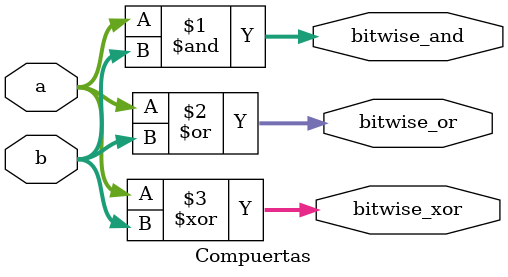
<source format=sv>
`timescale 1ns / 1ps


module Compuertas#(parameter WIDTH = 4)(
  input reg [WIDTH-1:0] a, b,
  output reg [WIDTH-1:0] bitwise_and,
  output reg [WIDTH-1:0] bitwise_or,
  output reg [WIDTH-1:0] bitwise_xor
);
    assign  bitwise_and=a&b;
    assign  bitwise_or = a|b;
    assign  bitwise_xor = a^b; 
endmodule

</source>
